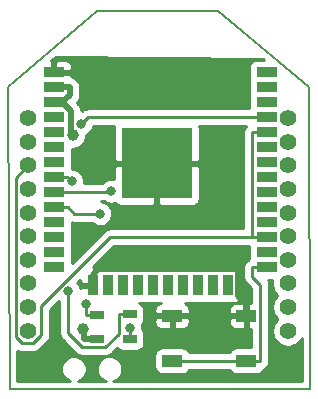
<source format=gtl>
%TF.GenerationSoftware,KiCad,Pcbnew,(5.1.0-1094-g655126d66)*%
%TF.CreationDate,2019-06-28T14:45:56+09:00*%
%TF.ProjectId,xbee,78626565-2e6b-4696-9361-645f70636258,rev?*%
%TF.SameCoordinates,Original*%
%TF.FileFunction,Copper,L1,Top*%
%TF.FilePolarity,Positive*%
%FSLAX46Y46*%
G04 Gerber Fmt 4.6, Leading zero omitted, Abs format (unit mm)*
G04 Created by KiCad (PCBNEW (5.1.0-1094-g655126d66)) date 2019-06-28 14:45:56*
%MOMM*%
%LPD*%
G04 APERTURE LIST*
%ADD10C,0.150000*%
%ADD11C,1.400000*%
%ADD12R,1.200000X0.700000*%
%ADD13R,1.750000X0.900000*%
%ADD14R,0.900000X1.750000*%
%ADD15R,6.000000X6.000000*%
%ADD16R,1.700000X1.000000*%
%ADD17C,0.800000*%
%ADD18C,1.000000*%
%ADD19C,0.250000*%
%ADD20C,0.500000*%
%ADD21C,0.254000*%
G04 APERTURE END LIST*
D10*
X143250000Y-90250000D02*
X153500000Y-90250000D01*
X135750000Y-96750000D02*
X143250000Y-90250000D01*
X135750000Y-96750000D02*
X135850000Y-122250000D01*
X153500000Y-90250000D02*
X161201100Y-96750000D01*
X161201100Y-96750000D02*
X161250000Y-122250000D01*
X161250000Y-122250000D02*
X135850000Y-122250000D01*
D11*
X159400000Y-99350000D03*
X159400000Y-101350000D03*
X159400000Y-103350000D03*
X159400000Y-105350000D03*
X159400000Y-107350000D03*
X159400000Y-109350000D03*
X159400000Y-111350000D03*
X159400000Y-113350000D03*
X159400000Y-115350000D03*
X159400000Y-117350000D03*
X137400000Y-117350000D03*
X137400000Y-115350000D03*
X137400000Y-113350000D03*
X137400000Y-111350000D03*
X137400000Y-109350000D03*
X137400000Y-107350000D03*
X137400000Y-105350000D03*
X137400000Y-103350000D03*
X137400000Y-101350000D03*
X137400000Y-99350000D03*
D12*
X146020000Y-115950000D03*
X143226000Y-115984000D03*
X146020000Y-118050000D03*
X143226000Y-118050000D03*
D13*
X157600434Y-95482662D03*
X157600434Y-96752662D03*
X157600434Y-98022662D03*
X157600434Y-99292662D03*
X157600434Y-100562662D03*
X157600434Y-101832662D03*
X157600434Y-103102662D03*
X157600434Y-104372662D03*
X157600434Y-105642662D03*
X157600434Y-106912662D03*
X157600434Y-108182662D03*
X157600434Y-109452662D03*
X157600434Y-110722662D03*
X157600434Y-111992662D03*
D14*
X154315434Y-113482662D03*
X153045434Y-113482662D03*
X151775434Y-113482662D03*
X150505434Y-113482662D03*
X149235434Y-113482662D03*
X147965434Y-113482662D03*
X146695434Y-113482662D03*
X145425434Y-113482662D03*
X144155434Y-113482662D03*
X142885434Y-113482662D03*
D13*
X139600434Y-111992662D03*
X139600434Y-110722662D03*
X139600434Y-109452662D03*
X139600434Y-108182662D03*
X139600434Y-106912662D03*
X139600434Y-105642662D03*
X139600434Y-104372662D03*
X139600434Y-103102662D03*
X139600434Y-101832662D03*
X139600434Y-100562662D03*
X139600434Y-99292662D03*
X139600434Y-98022662D03*
X139600434Y-96752662D03*
X139600434Y-95482662D03*
D15*
X148300434Y-103182662D03*
D16*
X155900000Y-119900000D03*
X149600000Y-119900000D03*
X155900000Y-116100000D03*
X149600000Y-116100000D03*
D17*
X144457800Y-105547800D03*
X141087700Y-104701800D03*
X143501700Y-107438500D03*
X141917100Y-99835800D03*
D18*
X142092400Y-117174700D03*
X141202300Y-100812400D03*
D17*
X140820300Y-114001800D03*
X142300700Y-115070400D03*
X146020000Y-117077900D03*
D18*
X137550000Y-120150000D03*
X141475400Y-95440100D03*
X152750000Y-107450000D03*
X152750000Y-111500000D03*
D19*
X144362900Y-105642700D02*
X144457800Y-105547800D01*
X139600400Y-105642700D02*
X144362900Y-105642700D01*
X139600400Y-104372700D02*
X140800700Y-104372700D01*
X140800700Y-104414800D02*
X141087700Y-104701800D01*
X140800700Y-104372700D02*
X140800700Y-104414800D01*
X139600400Y-106912700D02*
X140800700Y-106912700D01*
X141326500Y-107438500D02*
X143501700Y-107438500D01*
X140800700Y-106912700D02*
X141326500Y-107438500D01*
X142460200Y-99292700D02*
X141917100Y-99835800D01*
X157600400Y-99292700D02*
X142460200Y-99292700D01*
D20*
X139600400Y-98022700D02*
X140263100Y-98022700D01*
X139600400Y-96752700D02*
X140925700Y-96752700D01*
X143226000Y-118050000D02*
X142175700Y-118050000D01*
X142175700Y-117258000D02*
X142175700Y-118050000D01*
X142092400Y-117174700D02*
X142175700Y-117258000D01*
X140263100Y-98022700D02*
X140307500Y-98022700D01*
X140925700Y-97404500D02*
X140925700Y-96752700D01*
X140307500Y-98022700D02*
X140925700Y-97404500D01*
X141066800Y-100676900D02*
X141202300Y-100812400D01*
X141066800Y-98782000D02*
X141066800Y-100676900D01*
X140307500Y-98022700D02*
X141066800Y-98782000D01*
D19*
X156400100Y-109452700D02*
X156400100Y-100562700D01*
X157600400Y-100562700D02*
X156400100Y-100562700D01*
X157600400Y-109452700D02*
X156512700Y-109452700D01*
X156512700Y-109452700D02*
X156400100Y-109452700D01*
X136365300Y-104384700D02*
X137400000Y-103350000D01*
X136365300Y-117874800D02*
X136365300Y-104384700D01*
X136870100Y-118379600D02*
X136365300Y-117874800D01*
X137861100Y-118379600D02*
X136870100Y-118379600D01*
X138505900Y-117734800D02*
X137861100Y-118379600D01*
X138505900Y-115290400D02*
X138505900Y-117734800D01*
X144343600Y-109452700D02*
X138505900Y-115290400D01*
X156400100Y-109452700D02*
X144343600Y-109452700D01*
X157600400Y-111992700D02*
X156400100Y-111992700D01*
X149600000Y-119900000D02*
X155900000Y-119900000D01*
X156400100Y-112768000D02*
X156400100Y-111992700D01*
X157075300Y-113443200D02*
X156400100Y-112768000D01*
X157075300Y-119900000D02*
X157075300Y-113443200D01*
X155900000Y-119900000D02*
X157075300Y-119900000D01*
X146020000Y-115950000D02*
X145094700Y-115950000D01*
X145094700Y-117591400D02*
X145094700Y-115950000D01*
X143960700Y-118725400D02*
X145094700Y-117591400D01*
X142014600Y-118725400D02*
X143960700Y-118725400D01*
X140820300Y-117531100D02*
X142014600Y-118725400D01*
X140820300Y-114001800D02*
X140820300Y-117531100D01*
X143226000Y-115984000D02*
X142300700Y-115984000D01*
X142300700Y-115984000D02*
X142300700Y-115070400D01*
X146020000Y-118050000D02*
X146020000Y-117077900D01*
D20*
X142885434Y-113482662D02*
X142885434Y-112617660D01*
X142885434Y-112617660D02*
X143345433Y-112157661D01*
X155215435Y-114415435D02*
X155900000Y-115100000D01*
X143345433Y-112157661D02*
X155125435Y-112157661D01*
X155125435Y-112157661D02*
X155215435Y-112247661D01*
X155215435Y-112247661D02*
X155215435Y-114415435D01*
X155900000Y-115100000D02*
X155900000Y-116100000D01*
X152250001Y-111999999D02*
X152750000Y-111500000D01*
X143345433Y-112157661D02*
X152092339Y-112157661D01*
X152092339Y-112157661D02*
X152250001Y-111999999D01*
D21*
G36*
X156082519Y-110272662D02*
G01*
X156082519Y-111172662D01*
X156100749Y-111287762D01*
X156086579Y-111291812D01*
X156038347Y-111322244D01*
X155986424Y-111345852D01*
X155946750Y-111380037D01*
X155902465Y-111407979D01*
X155864714Y-111450724D01*
X155821503Y-111487957D01*
X155793016Y-111531906D01*
X155758356Y-111571152D01*
X155734121Y-111622771D01*
X155703095Y-111670638D01*
X155688088Y-111720817D01*
X155665836Y-111768213D01*
X155657766Y-111822209D01*
X155640719Y-111879210D01*
X155640356Y-111938699D01*
X155640100Y-111940409D01*
X155640100Y-111980528D01*
X155639389Y-112096904D01*
X155640100Y-112099392D01*
X155640100Y-112682818D01*
X155634759Y-112706422D01*
X155640100Y-112792512D01*
X155640100Y-112822569D01*
X155643390Y-112845542D01*
X155648239Y-112923702D01*
X155658755Y-112952832D01*
X155663147Y-112983499D01*
X155695567Y-113054804D01*
X155722160Y-113128467D01*
X155740056Y-113152652D01*
X155753252Y-113181675D01*
X155811883Y-113249720D01*
X155825724Y-113268425D01*
X155842176Y-113284877D01*
X155895357Y-113346597D01*
X155919627Y-113362328D01*
X156315301Y-113758003D01*
X156315301Y-114964189D01*
X156185750Y-114965000D01*
X156027000Y-115123750D01*
X156027000Y-115973000D01*
X156047000Y-115973000D01*
X156047000Y-116227000D01*
X156027000Y-116227000D01*
X156027000Y-117076250D01*
X156185750Y-117235000D01*
X156315300Y-117235811D01*
X156315300Y-118757085D01*
X155050000Y-118757085D01*
X154851328Y-118788551D01*
X154672104Y-118879871D01*
X154529871Y-119022104D01*
X154469799Y-119140000D01*
X151030201Y-119140000D01*
X150970129Y-119022104D01*
X150827896Y-118879871D01*
X150648672Y-118788551D01*
X150450000Y-118757085D01*
X148750000Y-118757085D01*
X148551328Y-118788551D01*
X148372104Y-118879871D01*
X148229871Y-119022104D01*
X148138551Y-119201328D01*
X148107085Y-119400000D01*
X148107085Y-120400000D01*
X148138551Y-120598672D01*
X148229871Y-120777896D01*
X148372104Y-120920129D01*
X148551328Y-121011449D01*
X148750000Y-121042915D01*
X150450000Y-121042915D01*
X150648672Y-121011449D01*
X150827896Y-120920129D01*
X150970129Y-120777896D01*
X151030201Y-120660000D01*
X154469799Y-120660000D01*
X154529871Y-120777896D01*
X154672104Y-120920129D01*
X154851328Y-121011449D01*
X155050000Y-121042915D01*
X156750000Y-121042915D01*
X156948672Y-121011449D01*
X157127896Y-120920129D01*
X157270129Y-120777896D01*
X157355462Y-120610422D01*
X157388821Y-120600888D01*
X157437053Y-120570456D01*
X157488976Y-120546848D01*
X157528650Y-120512663D01*
X157572935Y-120484721D01*
X157610687Y-120441975D01*
X157653897Y-120404743D01*
X157682382Y-120360797D01*
X157717045Y-120321548D01*
X157741283Y-120269924D01*
X157772305Y-120222062D01*
X157787310Y-120171889D01*
X157809565Y-120124487D01*
X157817635Y-120070487D01*
X157834681Y-120013490D01*
X157835044Y-119954001D01*
X157835300Y-119952291D01*
X157835300Y-119912172D01*
X157836011Y-119795796D01*
X157835300Y-119793308D01*
X157835300Y-113528382D01*
X157840641Y-113504778D01*
X157835300Y-113418688D01*
X157835300Y-113388630D01*
X157832010Y-113365657D01*
X157827161Y-113287497D01*
X157816645Y-113258367D01*
X157812253Y-113227700D01*
X157779833Y-113156395D01*
X157754267Y-113085577D01*
X158091031Y-113085577D01*
X158065000Y-113233203D01*
X158065000Y-113466797D01*
X158105564Y-113696843D01*
X158185458Y-113916350D01*
X158302255Y-114118649D01*
X158452407Y-114297593D01*
X158514863Y-114350000D01*
X158452407Y-114402407D01*
X158302255Y-114581351D01*
X158185458Y-114783650D01*
X158105564Y-115003157D01*
X158065000Y-115233203D01*
X158065000Y-115466797D01*
X158105564Y-115696843D01*
X158185458Y-115916350D01*
X158302255Y-116118649D01*
X158452407Y-116297593D01*
X158514863Y-116350000D01*
X158452407Y-116402407D01*
X158302255Y-116581351D01*
X158185458Y-116783650D01*
X158105564Y-117003157D01*
X158065000Y-117233203D01*
X158065000Y-117466797D01*
X158105564Y-117696843D01*
X158185458Y-117916350D01*
X158302255Y-118118649D01*
X158452407Y-118297593D01*
X158631351Y-118447745D01*
X158833650Y-118564542D01*
X159053157Y-118644436D01*
X159283203Y-118685000D01*
X159516797Y-118685000D01*
X159746843Y-118644436D01*
X159966350Y-118564542D01*
X160168649Y-118447745D01*
X160347593Y-118297593D01*
X160497745Y-118118649D01*
X160606715Y-117929907D01*
X160613781Y-121615000D01*
X144637706Y-121615000D01*
X144651249Y-121611786D01*
X144840018Y-121526752D01*
X145009302Y-121407556D01*
X145152992Y-121258500D01*
X145265904Y-121084963D01*
X145343964Y-120893204D01*
X145384355Y-120690145D01*
X145385098Y-120477428D01*
X145346125Y-120274092D01*
X145269406Y-120081793D01*
X145157708Y-119907471D01*
X145015062Y-119757416D01*
X144846614Y-119637041D01*
X144658443Y-119550691D01*
X144457339Y-119501481D01*
X144250557Y-119491187D01*
X144045560Y-119520180D01*
X143849743Y-119587414D01*
X143670173Y-119690463D01*
X143513328Y-119825609D01*
X143384869Y-119987975D01*
X143289430Y-120171703D01*
X143230455Y-120370164D01*
X143210072Y-120576195D01*
X143229016Y-120782365D01*
X143286604Y-120981232D01*
X143380758Y-121165622D01*
X143508081Y-121328881D01*
X143663978Y-121465118D01*
X143842824Y-121569418D01*
X143972622Y-121615000D01*
X141637706Y-121615000D01*
X141651249Y-121611786D01*
X141840018Y-121526752D01*
X142009302Y-121407556D01*
X142152992Y-121258500D01*
X142265904Y-121084963D01*
X142343964Y-120893204D01*
X142384355Y-120690145D01*
X142385098Y-120477428D01*
X142346125Y-120274092D01*
X142269406Y-120081793D01*
X142157708Y-119907471D01*
X142015062Y-119757416D01*
X141846614Y-119637041D01*
X141658443Y-119550691D01*
X141457339Y-119501481D01*
X141250557Y-119491187D01*
X141045560Y-119520180D01*
X140849743Y-119587414D01*
X140670173Y-119690463D01*
X140513328Y-119825609D01*
X140384869Y-119987975D01*
X140289430Y-120171703D01*
X140230455Y-120370164D01*
X140210072Y-120576195D01*
X140229016Y-120782365D01*
X140286604Y-120981232D01*
X140380758Y-121165622D01*
X140508081Y-121328881D01*
X140663978Y-121465118D01*
X140842824Y-121569418D01*
X140972622Y-121615000D01*
X136482514Y-121615000D01*
X136472387Y-119032535D01*
X136476592Y-119034510D01*
X136501377Y-119053085D01*
X136574712Y-119080577D01*
X136645613Y-119113865D01*
X136675371Y-119118312D01*
X136705222Y-119129503D01*
X136794784Y-119136159D01*
X136817809Y-119139600D01*
X136841088Y-119139600D01*
X136922322Y-119145637D01*
X136950602Y-119139600D01*
X137775918Y-119139600D01*
X137799522Y-119144941D01*
X137885612Y-119139600D01*
X137915670Y-119139600D01*
X137938643Y-119136310D01*
X138016802Y-119131461D01*
X138045932Y-119120945D01*
X138076600Y-119116553D01*
X138147909Y-119084131D01*
X138221567Y-119057540D01*
X138245750Y-119039645D01*
X138274776Y-119026448D01*
X138342824Y-118967814D01*
X138361525Y-118953976D01*
X138377975Y-118937526D01*
X138439697Y-118884343D01*
X138455428Y-118860074D01*
X138983066Y-118332436D01*
X139003536Y-118319521D01*
X139060639Y-118254864D01*
X139081888Y-118233615D01*
X139095803Y-118215048D01*
X139147645Y-118156348D01*
X139160808Y-118128312D01*
X139179386Y-118103523D01*
X139206880Y-118030181D01*
X139240165Y-117959287D01*
X139244612Y-117929530D01*
X139255803Y-117899678D01*
X139262459Y-117810116D01*
X139265900Y-117787091D01*
X139265900Y-117763812D01*
X139271937Y-117682578D01*
X139265900Y-117654298D01*
X139265900Y-115605201D01*
X140060300Y-114810801D01*
X140060301Y-117445914D01*
X140054959Y-117469522D01*
X140060301Y-117555628D01*
X140060301Y-117585670D01*
X140063589Y-117608631D01*
X140068439Y-117686802D01*
X140078957Y-117715936D01*
X140083348Y-117746600D01*
X140115765Y-117817898D01*
X140142360Y-117891567D01*
X140160258Y-117915754D01*
X140173453Y-117944776D01*
X140232080Y-118012816D01*
X140245924Y-118031525D01*
X140262381Y-118047982D01*
X140315558Y-118109697D01*
X140339825Y-118125426D01*
X141416962Y-119202564D01*
X141429879Y-119223036D01*
X141494544Y-119280146D01*
X141515785Y-119301387D01*
X141534345Y-119315297D01*
X141593052Y-119367145D01*
X141621090Y-119380309D01*
X141645876Y-119398885D01*
X141719215Y-119426378D01*
X141790113Y-119459665D01*
X141819871Y-119464112D01*
X141849722Y-119475303D01*
X141939279Y-119481958D01*
X141962309Y-119485400D01*
X141985596Y-119485400D01*
X142066822Y-119491436D01*
X142095098Y-119485400D01*
X143875518Y-119485400D01*
X143899122Y-119490741D01*
X143985212Y-119485400D01*
X144015270Y-119485400D01*
X144038243Y-119482110D01*
X144116402Y-119477261D01*
X144145532Y-119466745D01*
X144176200Y-119462353D01*
X144247509Y-119429931D01*
X144321167Y-119403340D01*
X144345350Y-119385445D01*
X144374376Y-119372248D01*
X144442424Y-119313614D01*
X144461125Y-119299776D01*
X144477575Y-119283326D01*
X144539297Y-119230143D01*
X144555028Y-119205873D01*
X144941438Y-118819463D01*
X145042104Y-118920129D01*
X145221328Y-119011449D01*
X145420000Y-119042915D01*
X146620000Y-119042915D01*
X146818672Y-119011449D01*
X146997896Y-118920129D01*
X147140129Y-118777896D01*
X147231449Y-118598672D01*
X147262915Y-118400000D01*
X147262915Y-117700000D01*
X147231449Y-117501328D01*
X147140129Y-117322104D01*
X147050220Y-117232195D01*
X147052200Y-117224804D01*
X147055050Y-116952645D01*
X147017649Y-116800376D01*
X147140129Y-116677896D01*
X147179819Y-116600000D01*
X148109953Y-116600000D01*
X148130061Y-116759173D01*
X148189123Y-116908345D01*
X148283426Y-117038142D01*
X148407046Y-117140410D01*
X148552215Y-117208721D01*
X148709811Y-117238784D01*
X149314250Y-117235000D01*
X149473000Y-117076250D01*
X149473000Y-116227000D01*
X149727000Y-116227000D01*
X149727000Y-117076250D01*
X149885750Y-117235000D01*
X150490189Y-117238784D01*
X150647785Y-117208721D01*
X150792954Y-117140410D01*
X150916574Y-117038142D01*
X151010877Y-116908345D01*
X151069939Y-116759173D01*
X151090047Y-116600000D01*
X154409953Y-116600000D01*
X154430061Y-116759173D01*
X154489123Y-116908345D01*
X154583426Y-117038142D01*
X154707046Y-117140410D01*
X154852215Y-117208721D01*
X155009811Y-117238784D01*
X155614250Y-117235000D01*
X155773000Y-117076250D01*
X155773000Y-116227000D01*
X154573750Y-116227000D01*
X154415000Y-116385750D01*
X154409953Y-116600000D01*
X151090047Y-116600000D01*
X151085000Y-116385750D01*
X150926250Y-116227000D01*
X149727000Y-116227000D01*
X149473000Y-116227000D01*
X148273750Y-116227000D01*
X148115000Y-116385750D01*
X148109953Y-116600000D01*
X147179819Y-116600000D01*
X147231449Y-116498672D01*
X147262915Y-116300000D01*
X147262915Y-115600000D01*
X147231449Y-115401328D01*
X147140129Y-115222104D01*
X146997896Y-115079871D01*
X146842274Y-115000577D01*
X147145434Y-115000577D01*
X147330434Y-114971276D01*
X147515434Y-115000577D01*
X148415434Y-115000577D01*
X148600434Y-114971276D01*
X148631379Y-114976178D01*
X148552215Y-114991279D01*
X148407046Y-115059590D01*
X148283426Y-115161858D01*
X148189123Y-115291655D01*
X148130061Y-115440827D01*
X148109953Y-115600000D01*
X148115000Y-115814250D01*
X148273750Y-115973000D01*
X149473000Y-115973000D01*
X149473000Y-115953000D01*
X149727000Y-115953000D01*
X149727000Y-115973000D01*
X150926250Y-115973000D01*
X151085000Y-115814250D01*
X151090047Y-115600000D01*
X154409953Y-115600000D01*
X154415000Y-115814250D01*
X154573750Y-115973000D01*
X155773000Y-115973000D01*
X155773000Y-115123750D01*
X155614250Y-114965000D01*
X155009811Y-114961216D01*
X154852215Y-114991279D01*
X154707046Y-115059590D01*
X154583426Y-115161858D01*
X154489123Y-115291655D01*
X154430061Y-115440827D01*
X154409953Y-115600000D01*
X151090047Y-115600000D01*
X151069939Y-115440827D01*
X151010877Y-115291655D01*
X150916574Y-115161858D01*
X150792954Y-115059590D01*
X150667544Y-115000577D01*
X150955434Y-115000577D01*
X151140434Y-114971276D01*
X151325434Y-115000577D01*
X152225434Y-115000577D01*
X152410434Y-114971276D01*
X152595434Y-115000577D01*
X153495434Y-115000577D01*
X153680434Y-114971276D01*
X153865434Y-115000577D01*
X154765434Y-115000577D01*
X154964106Y-114969111D01*
X155143330Y-114877791D01*
X155285563Y-114735558D01*
X155376883Y-114556334D01*
X155408349Y-114357662D01*
X155408349Y-112607662D01*
X155376883Y-112408990D01*
X155285563Y-112229766D01*
X155143330Y-112087533D01*
X154964106Y-111996213D01*
X154765434Y-111964747D01*
X153865434Y-111964747D01*
X153680434Y-111994048D01*
X153495434Y-111964747D01*
X152595434Y-111964747D01*
X152410434Y-111994048D01*
X152225434Y-111964747D01*
X151325434Y-111964747D01*
X151140434Y-111994048D01*
X150955434Y-111964747D01*
X150055434Y-111964747D01*
X149870434Y-111994048D01*
X149685434Y-111964747D01*
X148785434Y-111964747D01*
X148600434Y-111994048D01*
X148415434Y-111964747D01*
X147515434Y-111964747D01*
X147330434Y-111994048D01*
X147145434Y-111964747D01*
X146245434Y-111964747D01*
X146060434Y-111994048D01*
X145875434Y-111964747D01*
X144975434Y-111964747D01*
X144790434Y-111994048D01*
X144605434Y-111964747D01*
X143705434Y-111964747D01*
X143513396Y-111995162D01*
X143494607Y-111987723D01*
X143335434Y-111967615D01*
X143171184Y-111972662D01*
X143012436Y-112131410D01*
X143012436Y-111972662D01*
X142898440Y-111972662D01*
X144658402Y-110212700D01*
X156092016Y-110212700D01*
X156082519Y-110272662D01*
X156082519Y-110272662D01*
G37*
X156082519Y-110272662D02*
X156082519Y-111172662D01*
X156100749Y-111287762D01*
X156086579Y-111291812D01*
X156038347Y-111322244D01*
X155986424Y-111345852D01*
X155946750Y-111380037D01*
X155902465Y-111407979D01*
X155864714Y-111450724D01*
X155821503Y-111487957D01*
X155793016Y-111531906D01*
X155758356Y-111571152D01*
X155734121Y-111622771D01*
X155703095Y-111670638D01*
X155688088Y-111720817D01*
X155665836Y-111768213D01*
X155657766Y-111822209D01*
X155640719Y-111879210D01*
X155640356Y-111938699D01*
X155640100Y-111940409D01*
X155640100Y-111980528D01*
X155639389Y-112096904D01*
X155640100Y-112099392D01*
X155640100Y-112682818D01*
X155634759Y-112706422D01*
X155640100Y-112792512D01*
X155640100Y-112822569D01*
X155643390Y-112845542D01*
X155648239Y-112923702D01*
X155658755Y-112952832D01*
X155663147Y-112983499D01*
X155695567Y-113054804D01*
X155722160Y-113128467D01*
X155740056Y-113152652D01*
X155753252Y-113181675D01*
X155811883Y-113249720D01*
X155825724Y-113268425D01*
X155842176Y-113284877D01*
X155895357Y-113346597D01*
X155919627Y-113362328D01*
X156315301Y-113758003D01*
X156315301Y-114964189D01*
X156185750Y-114965000D01*
X156027000Y-115123750D01*
X156027000Y-115973000D01*
X156047000Y-115973000D01*
X156047000Y-116227000D01*
X156027000Y-116227000D01*
X156027000Y-117076250D01*
X156185750Y-117235000D01*
X156315300Y-117235811D01*
X156315300Y-118757085D01*
X155050000Y-118757085D01*
X154851328Y-118788551D01*
X154672104Y-118879871D01*
X154529871Y-119022104D01*
X154469799Y-119140000D01*
X151030201Y-119140000D01*
X150970129Y-119022104D01*
X150827896Y-118879871D01*
X150648672Y-118788551D01*
X150450000Y-118757085D01*
X148750000Y-118757085D01*
X148551328Y-118788551D01*
X148372104Y-118879871D01*
X148229871Y-119022104D01*
X148138551Y-119201328D01*
X148107085Y-119400000D01*
X148107085Y-120400000D01*
X148138551Y-120598672D01*
X148229871Y-120777896D01*
X148372104Y-120920129D01*
X148551328Y-121011449D01*
X148750000Y-121042915D01*
X150450000Y-121042915D01*
X150648672Y-121011449D01*
X150827896Y-120920129D01*
X150970129Y-120777896D01*
X151030201Y-120660000D01*
X154469799Y-120660000D01*
X154529871Y-120777896D01*
X154672104Y-120920129D01*
X154851328Y-121011449D01*
X155050000Y-121042915D01*
X156750000Y-121042915D01*
X156948672Y-121011449D01*
X157127896Y-120920129D01*
X157270129Y-120777896D01*
X157355462Y-120610422D01*
X157388821Y-120600888D01*
X157437053Y-120570456D01*
X157488976Y-120546848D01*
X157528650Y-120512663D01*
X157572935Y-120484721D01*
X157610687Y-120441975D01*
X157653897Y-120404743D01*
X157682382Y-120360797D01*
X157717045Y-120321548D01*
X157741283Y-120269924D01*
X157772305Y-120222062D01*
X157787310Y-120171889D01*
X157809565Y-120124487D01*
X157817635Y-120070487D01*
X157834681Y-120013490D01*
X157835044Y-119954001D01*
X157835300Y-119952291D01*
X157835300Y-119912172D01*
X157836011Y-119795796D01*
X157835300Y-119793308D01*
X157835300Y-113528382D01*
X157840641Y-113504778D01*
X157835300Y-113418688D01*
X157835300Y-113388630D01*
X157832010Y-113365657D01*
X157827161Y-113287497D01*
X157816645Y-113258367D01*
X157812253Y-113227700D01*
X157779833Y-113156395D01*
X157754267Y-113085577D01*
X158091031Y-113085577D01*
X158065000Y-113233203D01*
X158065000Y-113466797D01*
X158105564Y-113696843D01*
X158185458Y-113916350D01*
X158302255Y-114118649D01*
X158452407Y-114297593D01*
X158514863Y-114350000D01*
X158452407Y-114402407D01*
X158302255Y-114581351D01*
X158185458Y-114783650D01*
X158105564Y-115003157D01*
X158065000Y-115233203D01*
X158065000Y-115466797D01*
X158105564Y-115696843D01*
X158185458Y-115916350D01*
X158302255Y-116118649D01*
X158452407Y-116297593D01*
X158514863Y-116350000D01*
X158452407Y-116402407D01*
X158302255Y-116581351D01*
X158185458Y-116783650D01*
X158105564Y-117003157D01*
X158065000Y-117233203D01*
X158065000Y-117466797D01*
X158105564Y-117696843D01*
X158185458Y-117916350D01*
X158302255Y-118118649D01*
X158452407Y-118297593D01*
X158631351Y-118447745D01*
X158833650Y-118564542D01*
X159053157Y-118644436D01*
X159283203Y-118685000D01*
X159516797Y-118685000D01*
X159746843Y-118644436D01*
X159966350Y-118564542D01*
X160168649Y-118447745D01*
X160347593Y-118297593D01*
X160497745Y-118118649D01*
X160606715Y-117929907D01*
X160613781Y-121615000D01*
X144637706Y-121615000D01*
X144651249Y-121611786D01*
X144840018Y-121526752D01*
X145009302Y-121407556D01*
X145152992Y-121258500D01*
X145265904Y-121084963D01*
X145343964Y-120893204D01*
X145384355Y-120690145D01*
X145385098Y-120477428D01*
X145346125Y-120274092D01*
X145269406Y-120081793D01*
X145157708Y-119907471D01*
X145015062Y-119757416D01*
X144846614Y-119637041D01*
X144658443Y-119550691D01*
X144457339Y-119501481D01*
X144250557Y-119491187D01*
X144045560Y-119520180D01*
X143849743Y-119587414D01*
X143670173Y-119690463D01*
X143513328Y-119825609D01*
X143384869Y-119987975D01*
X143289430Y-120171703D01*
X143230455Y-120370164D01*
X143210072Y-120576195D01*
X143229016Y-120782365D01*
X143286604Y-120981232D01*
X143380758Y-121165622D01*
X143508081Y-121328881D01*
X143663978Y-121465118D01*
X143842824Y-121569418D01*
X143972622Y-121615000D01*
X141637706Y-121615000D01*
X141651249Y-121611786D01*
X141840018Y-121526752D01*
X142009302Y-121407556D01*
X142152992Y-121258500D01*
X142265904Y-121084963D01*
X142343964Y-120893204D01*
X142384355Y-120690145D01*
X142385098Y-120477428D01*
X142346125Y-120274092D01*
X142269406Y-120081793D01*
X142157708Y-119907471D01*
X142015062Y-119757416D01*
X141846614Y-119637041D01*
X141658443Y-119550691D01*
X141457339Y-119501481D01*
X141250557Y-119491187D01*
X141045560Y-119520180D01*
X140849743Y-119587414D01*
X140670173Y-119690463D01*
X140513328Y-119825609D01*
X140384869Y-119987975D01*
X140289430Y-120171703D01*
X140230455Y-120370164D01*
X140210072Y-120576195D01*
X140229016Y-120782365D01*
X140286604Y-120981232D01*
X140380758Y-121165622D01*
X140508081Y-121328881D01*
X140663978Y-121465118D01*
X140842824Y-121569418D01*
X140972622Y-121615000D01*
X136482514Y-121615000D01*
X136472387Y-119032535D01*
X136476592Y-119034510D01*
X136501377Y-119053085D01*
X136574712Y-119080577D01*
X136645613Y-119113865D01*
X136675371Y-119118312D01*
X136705222Y-119129503D01*
X136794784Y-119136159D01*
X136817809Y-119139600D01*
X136841088Y-119139600D01*
X136922322Y-119145637D01*
X136950602Y-119139600D01*
X137775918Y-119139600D01*
X137799522Y-119144941D01*
X137885612Y-119139600D01*
X137915670Y-119139600D01*
X137938643Y-119136310D01*
X138016802Y-119131461D01*
X138045932Y-119120945D01*
X138076600Y-119116553D01*
X138147909Y-119084131D01*
X138221567Y-119057540D01*
X138245750Y-119039645D01*
X138274776Y-119026448D01*
X138342824Y-118967814D01*
X138361525Y-118953976D01*
X138377975Y-118937526D01*
X138439697Y-118884343D01*
X138455428Y-118860074D01*
X138983066Y-118332436D01*
X139003536Y-118319521D01*
X139060639Y-118254864D01*
X139081888Y-118233615D01*
X139095803Y-118215048D01*
X139147645Y-118156348D01*
X139160808Y-118128312D01*
X139179386Y-118103523D01*
X139206880Y-118030181D01*
X139240165Y-117959287D01*
X139244612Y-117929530D01*
X139255803Y-117899678D01*
X139262459Y-117810116D01*
X139265900Y-117787091D01*
X139265900Y-117763812D01*
X139271937Y-117682578D01*
X139265900Y-117654298D01*
X139265900Y-115605201D01*
X140060300Y-114810801D01*
X140060301Y-117445914D01*
X140054959Y-117469522D01*
X140060301Y-117555628D01*
X140060301Y-117585670D01*
X140063589Y-117608631D01*
X140068439Y-117686802D01*
X140078957Y-117715936D01*
X140083348Y-117746600D01*
X140115765Y-117817898D01*
X140142360Y-117891567D01*
X140160258Y-117915754D01*
X140173453Y-117944776D01*
X140232080Y-118012816D01*
X140245924Y-118031525D01*
X140262381Y-118047982D01*
X140315558Y-118109697D01*
X140339825Y-118125426D01*
X141416962Y-119202564D01*
X141429879Y-119223036D01*
X141494544Y-119280146D01*
X141515785Y-119301387D01*
X141534345Y-119315297D01*
X141593052Y-119367145D01*
X141621090Y-119380309D01*
X141645876Y-119398885D01*
X141719215Y-119426378D01*
X141790113Y-119459665D01*
X141819871Y-119464112D01*
X141849722Y-119475303D01*
X141939279Y-119481958D01*
X141962309Y-119485400D01*
X141985596Y-119485400D01*
X142066822Y-119491436D01*
X142095098Y-119485400D01*
X143875518Y-119485400D01*
X143899122Y-119490741D01*
X143985212Y-119485400D01*
X144015270Y-119485400D01*
X144038243Y-119482110D01*
X144116402Y-119477261D01*
X144145532Y-119466745D01*
X144176200Y-119462353D01*
X144247509Y-119429931D01*
X144321167Y-119403340D01*
X144345350Y-119385445D01*
X144374376Y-119372248D01*
X144442424Y-119313614D01*
X144461125Y-119299776D01*
X144477575Y-119283326D01*
X144539297Y-119230143D01*
X144555028Y-119205873D01*
X144941438Y-118819463D01*
X145042104Y-118920129D01*
X145221328Y-119011449D01*
X145420000Y-119042915D01*
X146620000Y-119042915D01*
X146818672Y-119011449D01*
X146997896Y-118920129D01*
X147140129Y-118777896D01*
X147231449Y-118598672D01*
X147262915Y-118400000D01*
X147262915Y-117700000D01*
X147231449Y-117501328D01*
X147140129Y-117322104D01*
X147050220Y-117232195D01*
X147052200Y-117224804D01*
X147055050Y-116952645D01*
X147017649Y-116800376D01*
X147140129Y-116677896D01*
X147179819Y-116600000D01*
X148109953Y-116600000D01*
X148130061Y-116759173D01*
X148189123Y-116908345D01*
X148283426Y-117038142D01*
X148407046Y-117140410D01*
X148552215Y-117208721D01*
X148709811Y-117238784D01*
X149314250Y-117235000D01*
X149473000Y-117076250D01*
X149473000Y-116227000D01*
X149727000Y-116227000D01*
X149727000Y-117076250D01*
X149885750Y-117235000D01*
X150490189Y-117238784D01*
X150647785Y-117208721D01*
X150792954Y-117140410D01*
X150916574Y-117038142D01*
X151010877Y-116908345D01*
X151069939Y-116759173D01*
X151090047Y-116600000D01*
X154409953Y-116600000D01*
X154430061Y-116759173D01*
X154489123Y-116908345D01*
X154583426Y-117038142D01*
X154707046Y-117140410D01*
X154852215Y-117208721D01*
X155009811Y-117238784D01*
X155614250Y-117235000D01*
X155773000Y-117076250D01*
X155773000Y-116227000D01*
X154573750Y-116227000D01*
X154415000Y-116385750D01*
X154409953Y-116600000D01*
X151090047Y-116600000D01*
X151085000Y-116385750D01*
X150926250Y-116227000D01*
X149727000Y-116227000D01*
X149473000Y-116227000D01*
X148273750Y-116227000D01*
X148115000Y-116385750D01*
X148109953Y-116600000D01*
X147179819Y-116600000D01*
X147231449Y-116498672D01*
X147262915Y-116300000D01*
X147262915Y-115600000D01*
X147231449Y-115401328D01*
X147140129Y-115222104D01*
X146997896Y-115079871D01*
X146842274Y-115000577D01*
X147145434Y-115000577D01*
X147330434Y-114971276D01*
X147515434Y-115000577D01*
X148415434Y-115000577D01*
X148600434Y-114971276D01*
X148631379Y-114976178D01*
X148552215Y-114991279D01*
X148407046Y-115059590D01*
X148283426Y-115161858D01*
X148189123Y-115291655D01*
X148130061Y-115440827D01*
X148109953Y-115600000D01*
X148115000Y-115814250D01*
X148273750Y-115973000D01*
X149473000Y-115973000D01*
X149473000Y-115953000D01*
X149727000Y-115953000D01*
X149727000Y-115973000D01*
X150926250Y-115973000D01*
X151085000Y-115814250D01*
X151090047Y-115600000D01*
X154409953Y-115600000D01*
X154415000Y-115814250D01*
X154573750Y-115973000D01*
X155773000Y-115973000D01*
X155773000Y-115123750D01*
X155614250Y-114965000D01*
X155009811Y-114961216D01*
X154852215Y-114991279D01*
X154707046Y-115059590D01*
X154583426Y-115161858D01*
X154489123Y-115291655D01*
X154430061Y-115440827D01*
X154409953Y-115600000D01*
X151090047Y-115600000D01*
X151069939Y-115440827D01*
X151010877Y-115291655D01*
X150916574Y-115161858D01*
X150792954Y-115059590D01*
X150667544Y-115000577D01*
X150955434Y-115000577D01*
X151140434Y-114971276D01*
X151325434Y-115000577D01*
X152225434Y-115000577D01*
X152410434Y-114971276D01*
X152595434Y-115000577D01*
X153495434Y-115000577D01*
X153680434Y-114971276D01*
X153865434Y-115000577D01*
X154765434Y-115000577D01*
X154964106Y-114969111D01*
X155143330Y-114877791D01*
X155285563Y-114735558D01*
X155376883Y-114556334D01*
X155408349Y-114357662D01*
X155408349Y-112607662D01*
X155376883Y-112408990D01*
X155285563Y-112229766D01*
X155143330Y-112087533D01*
X154964106Y-111996213D01*
X154765434Y-111964747D01*
X153865434Y-111964747D01*
X153680434Y-111994048D01*
X153495434Y-111964747D01*
X152595434Y-111964747D01*
X152410434Y-111994048D01*
X152225434Y-111964747D01*
X151325434Y-111964747D01*
X151140434Y-111994048D01*
X150955434Y-111964747D01*
X150055434Y-111964747D01*
X149870434Y-111994048D01*
X149685434Y-111964747D01*
X148785434Y-111964747D01*
X148600434Y-111994048D01*
X148415434Y-111964747D01*
X147515434Y-111964747D01*
X147330434Y-111994048D01*
X147145434Y-111964747D01*
X146245434Y-111964747D01*
X146060434Y-111994048D01*
X145875434Y-111964747D01*
X144975434Y-111964747D01*
X144790434Y-111994048D01*
X144605434Y-111964747D01*
X143705434Y-111964747D01*
X143513396Y-111995162D01*
X143494607Y-111987723D01*
X143335434Y-111967615D01*
X143171184Y-111972662D01*
X143012436Y-112131410D01*
X143012436Y-111972662D01*
X142898440Y-111972662D01*
X144658402Y-110212700D01*
X156092016Y-110212700D01*
X156082519Y-110272662D01*
G36*
X137593748Y-117335858D02*
G01*
X137579605Y-117350000D01*
X137593748Y-117364143D01*
X137414143Y-117543748D01*
X137400000Y-117529605D01*
X137385858Y-117543748D01*
X137206253Y-117364143D01*
X137220395Y-117350000D01*
X137206253Y-117335858D01*
X137385858Y-117156253D01*
X137400000Y-117170395D01*
X137414143Y-117156253D01*
X137593748Y-117335858D01*
X137593748Y-117335858D01*
G37*
X137593748Y-117335858D02*
X137579605Y-117350000D01*
X137593748Y-117364143D01*
X137414143Y-117543748D01*
X137400000Y-117529605D01*
X137385858Y-117543748D01*
X137206253Y-117364143D01*
X137220395Y-117350000D01*
X137206253Y-117335858D01*
X137385858Y-117156253D01*
X137400000Y-117170395D01*
X137414143Y-117156253D01*
X137593748Y-117335858D01*
G36*
X141800434Y-113196912D02*
G01*
X141959184Y-113355662D01*
X142758434Y-113355662D01*
X142758434Y-113335662D01*
X143012434Y-113335662D01*
X143012434Y-113355662D01*
X143032434Y-113355662D01*
X143032434Y-113609662D01*
X143012434Y-113609662D01*
X143012434Y-113629662D01*
X142758434Y-113629662D01*
X142758434Y-113609662D01*
X141959184Y-113609662D01*
X141823198Y-113745648D01*
X141795595Y-113633267D01*
X141679535Y-113411264D01*
X141576597Y-113294504D01*
X141799680Y-113071422D01*
X141800434Y-113196912D01*
X141800434Y-113196912D01*
G37*
X141800434Y-113196912D02*
X141959184Y-113355662D01*
X142758434Y-113355662D01*
X142758434Y-113335662D01*
X143012434Y-113335662D01*
X143012434Y-113355662D01*
X143032434Y-113355662D01*
X143032434Y-113609662D01*
X143012434Y-113609662D01*
X143012434Y-113629662D01*
X142758434Y-113629662D01*
X142758434Y-113609662D01*
X141959184Y-113609662D01*
X141823198Y-113745648D01*
X141795595Y-113633267D01*
X141679535Y-113411264D01*
X141576597Y-113294504D01*
X141799680Y-113071422D01*
X141800434Y-113196912D01*
G36*
X144661650Y-100142473D02*
G01*
X144665434Y-102896912D01*
X144824184Y-103055662D01*
X148173434Y-103055662D01*
X148173434Y-103035662D01*
X148427434Y-103035662D01*
X148427434Y-103055662D01*
X151776684Y-103055662D01*
X151935434Y-102896912D01*
X151939218Y-100142473D01*
X151922093Y-100052700D01*
X155827604Y-100052700D01*
X155821503Y-100057957D01*
X155793016Y-100101906D01*
X155758356Y-100141152D01*
X155734121Y-100192771D01*
X155703095Y-100240638D01*
X155688088Y-100290817D01*
X155665836Y-100338213D01*
X155657767Y-100392207D01*
X155640719Y-100449210D01*
X155640356Y-100508706D01*
X155640101Y-100510409D01*
X155640101Y-100550365D01*
X155639389Y-100666904D01*
X155640101Y-100669395D01*
X155640100Y-108692700D01*
X144428786Y-108692700D01*
X144405178Y-108687358D01*
X144319072Y-108692700D01*
X144289030Y-108692700D01*
X144266069Y-108695988D01*
X144187897Y-108700838D01*
X144158763Y-108711356D01*
X144128100Y-108715747D01*
X144056799Y-108748166D01*
X143983132Y-108774760D01*
X143958947Y-108792656D01*
X143929924Y-108805852D01*
X143861882Y-108864481D01*
X143843174Y-108878324D01*
X143826718Y-108894780D01*
X143765003Y-108947957D01*
X143749274Y-108972224D01*
X141118349Y-111603149D01*
X141118349Y-111542662D01*
X141089048Y-111357662D01*
X141118349Y-111172662D01*
X141118349Y-110272662D01*
X141089048Y-110087662D01*
X141118349Y-109902662D01*
X141118349Y-109002662D01*
X141089048Y-108817662D01*
X141118349Y-108632662D01*
X141118349Y-108175206D01*
X141131771Y-108177212D01*
X141161622Y-108188403D01*
X141251179Y-108195058D01*
X141274209Y-108198500D01*
X141297496Y-108198500D01*
X141378722Y-108204536D01*
X141406998Y-108198500D01*
X142790400Y-108198500D01*
X142800016Y-108209640D01*
X143004214Y-108354756D01*
X143237132Y-108446974D01*
X143485324Y-108480972D01*
X143734461Y-108454787D01*
X143970160Y-108369930D01*
X144178815Y-108231300D01*
X144348379Y-108046901D01*
X144469063Y-107827377D01*
X144533900Y-107585404D01*
X144536750Y-107313245D01*
X144476995Y-107069967D01*
X144360935Y-106847964D01*
X144195270Y-106660054D01*
X143989564Y-106517085D01*
X143755693Y-106427310D01*
X143560884Y-106402700D01*
X143873978Y-106402700D01*
X143960314Y-106464056D01*
X144193232Y-106556274D01*
X144441424Y-106590272D01*
X144690561Y-106564087D01*
X144768606Y-106535989D01*
X144862292Y-106649236D01*
X144992089Y-106743539D01*
X145141261Y-106802601D01*
X145300434Y-106822709D01*
X148014684Y-106817662D01*
X148173434Y-106658912D01*
X148173434Y-103309662D01*
X148427434Y-103309662D01*
X148427434Y-106658912D01*
X148586184Y-106817662D01*
X151300434Y-106822709D01*
X151459607Y-106802601D01*
X151608779Y-106743539D01*
X151738576Y-106649236D01*
X151840844Y-106525616D01*
X151909155Y-106380447D01*
X151939218Y-106222851D01*
X151935434Y-103468412D01*
X151776684Y-103309662D01*
X148427434Y-103309662D01*
X148173434Y-103309662D01*
X144824184Y-103309662D01*
X144665434Y-103468412D01*
X144663975Y-104530569D01*
X144463259Y-104505213D01*
X144214410Y-104534006D01*
X143979612Y-104621327D01*
X143772420Y-104762134D01*
X143663862Y-104882700D01*
X142110791Y-104882700D01*
X142119900Y-104848704D01*
X142122750Y-104576545D01*
X142062995Y-104333267D01*
X141946935Y-104111264D01*
X141781270Y-103923354D01*
X141575564Y-103780385D01*
X141341693Y-103690610D01*
X141101310Y-103660243D01*
X141118349Y-103552662D01*
X141118349Y-102652662D01*
X141089048Y-102467662D01*
X141118349Y-102282662D01*
X141118349Y-101944335D01*
X141254137Y-101953950D01*
X141515360Y-101911407D01*
X141759790Y-101809911D01*
X141974314Y-101654906D01*
X142147426Y-101454707D01*
X142269840Y-101220054D01*
X142334988Y-100963533D01*
X142336547Y-100784876D01*
X142385560Y-100767230D01*
X142594215Y-100628600D01*
X142763779Y-100444201D01*
X142884463Y-100224677D01*
X142930544Y-100052700D01*
X144678775Y-100052700D01*
X144661650Y-100142473D01*
X144661650Y-100142473D01*
G37*
X144661650Y-100142473D02*
X144665434Y-102896912D01*
X144824184Y-103055662D01*
X148173434Y-103055662D01*
X148173434Y-103035662D01*
X148427434Y-103035662D01*
X148427434Y-103055662D01*
X151776684Y-103055662D01*
X151935434Y-102896912D01*
X151939218Y-100142473D01*
X151922093Y-100052700D01*
X155827604Y-100052700D01*
X155821503Y-100057957D01*
X155793016Y-100101906D01*
X155758356Y-100141152D01*
X155734121Y-100192771D01*
X155703095Y-100240638D01*
X155688088Y-100290817D01*
X155665836Y-100338213D01*
X155657767Y-100392207D01*
X155640719Y-100449210D01*
X155640356Y-100508706D01*
X155640101Y-100510409D01*
X155640101Y-100550365D01*
X155639389Y-100666904D01*
X155640101Y-100669395D01*
X155640100Y-108692700D01*
X144428786Y-108692700D01*
X144405178Y-108687358D01*
X144319072Y-108692700D01*
X144289030Y-108692700D01*
X144266069Y-108695988D01*
X144187897Y-108700838D01*
X144158763Y-108711356D01*
X144128100Y-108715747D01*
X144056799Y-108748166D01*
X143983132Y-108774760D01*
X143958947Y-108792656D01*
X143929924Y-108805852D01*
X143861882Y-108864481D01*
X143843174Y-108878324D01*
X143826718Y-108894780D01*
X143765003Y-108947957D01*
X143749274Y-108972224D01*
X141118349Y-111603149D01*
X141118349Y-111542662D01*
X141089048Y-111357662D01*
X141118349Y-111172662D01*
X141118349Y-110272662D01*
X141089048Y-110087662D01*
X141118349Y-109902662D01*
X141118349Y-109002662D01*
X141089048Y-108817662D01*
X141118349Y-108632662D01*
X141118349Y-108175206D01*
X141131771Y-108177212D01*
X141161622Y-108188403D01*
X141251179Y-108195058D01*
X141274209Y-108198500D01*
X141297496Y-108198500D01*
X141378722Y-108204536D01*
X141406998Y-108198500D01*
X142790400Y-108198500D01*
X142800016Y-108209640D01*
X143004214Y-108354756D01*
X143237132Y-108446974D01*
X143485324Y-108480972D01*
X143734461Y-108454787D01*
X143970160Y-108369930D01*
X144178815Y-108231300D01*
X144348379Y-108046901D01*
X144469063Y-107827377D01*
X144533900Y-107585404D01*
X144536750Y-107313245D01*
X144476995Y-107069967D01*
X144360935Y-106847964D01*
X144195270Y-106660054D01*
X143989564Y-106517085D01*
X143755693Y-106427310D01*
X143560884Y-106402700D01*
X143873978Y-106402700D01*
X143960314Y-106464056D01*
X144193232Y-106556274D01*
X144441424Y-106590272D01*
X144690561Y-106564087D01*
X144768606Y-106535989D01*
X144862292Y-106649236D01*
X144992089Y-106743539D01*
X145141261Y-106802601D01*
X145300434Y-106822709D01*
X148014684Y-106817662D01*
X148173434Y-106658912D01*
X148173434Y-103309662D01*
X148427434Y-103309662D01*
X148427434Y-106658912D01*
X148586184Y-106817662D01*
X151300434Y-106822709D01*
X151459607Y-106802601D01*
X151608779Y-106743539D01*
X151738576Y-106649236D01*
X151840844Y-106525616D01*
X151909155Y-106380447D01*
X151939218Y-106222851D01*
X151935434Y-103468412D01*
X151776684Y-103309662D01*
X148427434Y-103309662D01*
X148173434Y-103309662D01*
X144824184Y-103309662D01*
X144665434Y-103468412D01*
X144663975Y-104530569D01*
X144463259Y-104505213D01*
X144214410Y-104534006D01*
X143979612Y-104621327D01*
X143772420Y-104762134D01*
X143663862Y-104882700D01*
X142110791Y-104882700D01*
X142119900Y-104848704D01*
X142122750Y-104576545D01*
X142062995Y-104333267D01*
X141946935Y-104111264D01*
X141781270Y-103923354D01*
X141575564Y-103780385D01*
X141341693Y-103690610D01*
X141101310Y-103660243D01*
X141118349Y-103552662D01*
X141118349Y-102652662D01*
X141089048Y-102467662D01*
X141118349Y-102282662D01*
X141118349Y-101944335D01*
X141254137Y-101953950D01*
X141515360Y-101911407D01*
X141759790Y-101809911D01*
X141974314Y-101654906D01*
X142147426Y-101454707D01*
X142269840Y-101220054D01*
X142334988Y-100963533D01*
X142336547Y-100784876D01*
X142385560Y-100767230D01*
X142594215Y-100628600D01*
X142763779Y-100444201D01*
X142884463Y-100224677D01*
X142930544Y-100052700D01*
X144678775Y-100052700D01*
X144661650Y-100142473D01*
G36*
X157340002Y-94322049D02*
G01*
X157420210Y-94389747D01*
X156725434Y-94389747D01*
X156526762Y-94421213D01*
X156347538Y-94512533D01*
X156205305Y-94654766D01*
X156113985Y-94833990D01*
X156082519Y-95032662D01*
X156082519Y-95932662D01*
X156111820Y-96117662D01*
X156082519Y-96302662D01*
X156082519Y-97202662D01*
X156111820Y-97387662D01*
X156082519Y-97572662D01*
X156082519Y-98472662D01*
X156092028Y-98532700D01*
X142545382Y-98532700D01*
X142521778Y-98527359D01*
X142435687Y-98532700D01*
X142405630Y-98532700D01*
X142382657Y-98535990D01*
X142304496Y-98540839D01*
X142275366Y-98551355D01*
X142244700Y-98555747D01*
X142173390Y-98588170D01*
X142099732Y-98614761D01*
X142075549Y-98632655D01*
X142046524Y-98645852D01*
X141978486Y-98704477D01*
X141959773Y-98718324D01*
X141952067Y-98726030D01*
X141951800Y-98724006D01*
X141951800Y-98723999D01*
X141929020Y-98550969D01*
X141839845Y-98335682D01*
X141697989Y-98150811D01*
X141651577Y-98115198D01*
X141563479Y-98027100D01*
X141698745Y-97850818D01*
X141787920Y-97635531D01*
X141810700Y-97462501D01*
X141810700Y-97462499D01*
X141818336Y-97404500D01*
X141810700Y-97346501D01*
X141810700Y-96810701D01*
X141818336Y-96752700D01*
X141787920Y-96521669D01*
X141698745Y-96306382D01*
X141556889Y-96121511D01*
X141372018Y-95979655D01*
X141156731Y-95890480D01*
X141114012Y-95884856D01*
X141110434Y-95768412D01*
X140951684Y-95609662D01*
X139727434Y-95609662D01*
X139727434Y-95629662D01*
X139473434Y-95629662D01*
X139473434Y-95609662D01*
X139453434Y-95609662D01*
X139453434Y-95355662D01*
X139473434Y-95355662D01*
X139473434Y-94556412D01*
X139727434Y-94556412D01*
X139727434Y-95355662D01*
X140951684Y-95355662D01*
X141110434Y-95196912D01*
X141115481Y-95032662D01*
X141095373Y-94873489D01*
X141036311Y-94724317D01*
X140942008Y-94594520D01*
X140818388Y-94492252D01*
X140673219Y-94423941D01*
X140515623Y-94393878D01*
X139886184Y-94397662D01*
X139727434Y-94556412D01*
X139473434Y-94556412D01*
X139369990Y-94452968D01*
X139740002Y-94132291D01*
X157340002Y-94322049D01*
X157340002Y-94322049D01*
G37*
X157340002Y-94322049D02*
X157420210Y-94389747D01*
X156725434Y-94389747D01*
X156526762Y-94421213D01*
X156347538Y-94512533D01*
X156205305Y-94654766D01*
X156113985Y-94833990D01*
X156082519Y-95032662D01*
X156082519Y-95932662D01*
X156111820Y-96117662D01*
X156082519Y-96302662D01*
X156082519Y-97202662D01*
X156111820Y-97387662D01*
X156082519Y-97572662D01*
X156082519Y-98472662D01*
X156092028Y-98532700D01*
X142545382Y-98532700D01*
X142521778Y-98527359D01*
X142435687Y-98532700D01*
X142405630Y-98532700D01*
X142382657Y-98535990D01*
X142304496Y-98540839D01*
X142275366Y-98551355D01*
X142244700Y-98555747D01*
X142173390Y-98588170D01*
X142099732Y-98614761D01*
X142075549Y-98632655D01*
X142046524Y-98645852D01*
X141978486Y-98704477D01*
X141959773Y-98718324D01*
X141952067Y-98726030D01*
X141951800Y-98724006D01*
X141951800Y-98723999D01*
X141929020Y-98550969D01*
X141839845Y-98335682D01*
X141697989Y-98150811D01*
X141651577Y-98115198D01*
X141563479Y-98027100D01*
X141698745Y-97850818D01*
X141787920Y-97635531D01*
X141810700Y-97462501D01*
X141810700Y-97462499D01*
X141818336Y-97404500D01*
X141810700Y-97346501D01*
X141810700Y-96810701D01*
X141818336Y-96752700D01*
X141787920Y-96521669D01*
X141698745Y-96306382D01*
X141556889Y-96121511D01*
X141372018Y-95979655D01*
X141156731Y-95890480D01*
X141114012Y-95884856D01*
X141110434Y-95768412D01*
X140951684Y-95609662D01*
X139727434Y-95609662D01*
X139727434Y-95629662D01*
X139473434Y-95629662D01*
X139473434Y-95609662D01*
X139453434Y-95609662D01*
X139453434Y-95355662D01*
X139473434Y-95355662D01*
X139473434Y-94556412D01*
X139727434Y-94556412D01*
X139727434Y-95355662D01*
X140951684Y-95355662D01*
X141110434Y-95196912D01*
X141115481Y-95032662D01*
X141095373Y-94873489D01*
X141036311Y-94724317D01*
X140942008Y-94594520D01*
X140818388Y-94492252D01*
X140673219Y-94423941D01*
X140515623Y-94393878D01*
X139886184Y-94397662D01*
X139727434Y-94556412D01*
X139473434Y-94556412D01*
X139369990Y-94452968D01*
X139740002Y-94132291D01*
X157340002Y-94322049D01*
M02*

</source>
